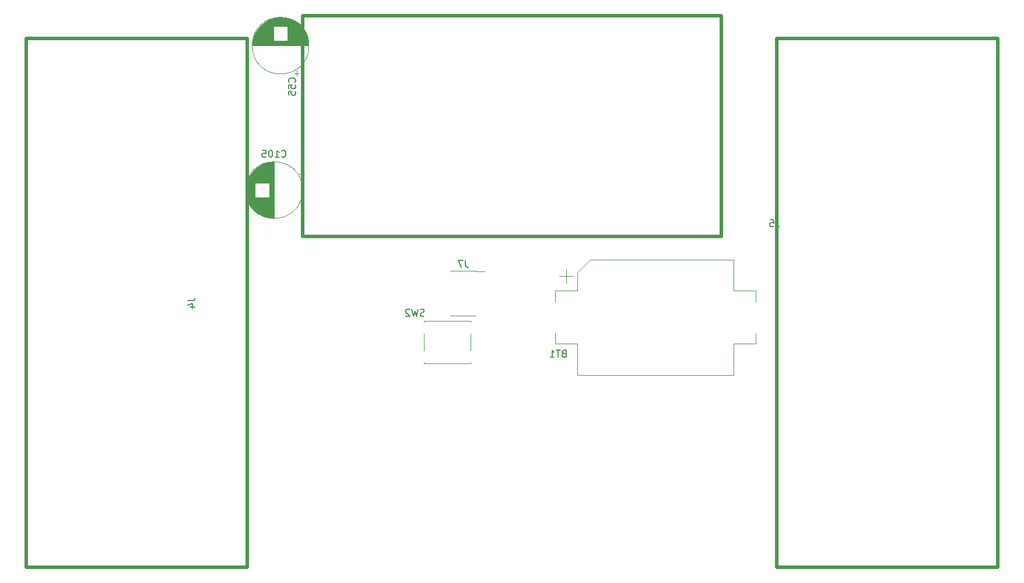
<source format=gbr>
%TF.GenerationSoftware,KiCad,Pcbnew,7.0.1*%
%TF.CreationDate,2024-06-21T03:41:51+03:00*%
%TF.ProjectId,ECUGDI,45435547-4449-42e6-9b69-6361645f7063,rev?*%
%TF.SameCoordinates,Original*%
%TF.FileFunction,Legend,Bot*%
%TF.FilePolarity,Positive*%
%FSLAX46Y46*%
G04 Gerber Fmt 4.6, Leading zero omitted, Abs format (unit mm)*
G04 Created by KiCad (PCBNEW 7.0.1) date 2024-06-21 03:41:51*
%MOMM*%
%LPD*%
G01*
G04 APERTURE LIST*
%ADD10C,0.150000*%
%ADD11C,0.500000*%
%ADD12C,0.120000*%
G04 APERTURE END LIST*
D10*
%TO.C,BT1*%
X147010714Y-93338809D02*
X146867857Y-93386428D01*
X146867857Y-93386428D02*
X146820238Y-93434047D01*
X146820238Y-93434047D02*
X146772619Y-93529285D01*
X146772619Y-93529285D02*
X146772619Y-93672142D01*
X146772619Y-93672142D02*
X146820238Y-93767380D01*
X146820238Y-93767380D02*
X146867857Y-93815000D01*
X146867857Y-93815000D02*
X146963095Y-93862619D01*
X146963095Y-93862619D02*
X147344047Y-93862619D01*
X147344047Y-93862619D02*
X147344047Y-92862619D01*
X147344047Y-92862619D02*
X147010714Y-92862619D01*
X147010714Y-92862619D02*
X146915476Y-92910238D01*
X146915476Y-92910238D02*
X146867857Y-92957857D01*
X146867857Y-92957857D02*
X146820238Y-93053095D01*
X146820238Y-93053095D02*
X146820238Y-93148333D01*
X146820238Y-93148333D02*
X146867857Y-93243571D01*
X146867857Y-93243571D02*
X146915476Y-93291190D01*
X146915476Y-93291190D02*
X147010714Y-93338809D01*
X147010714Y-93338809D02*
X147344047Y-93338809D01*
X146486904Y-92862619D02*
X145915476Y-92862619D01*
X146201190Y-93862619D02*
X146201190Y-92862619D01*
X145058333Y-93862619D02*
X145629761Y-93862619D01*
X145344047Y-93862619D02*
X145344047Y-92862619D01*
X145344047Y-92862619D02*
X145439285Y-93005476D01*
X145439285Y-93005476D02*
X145534523Y-93100714D01*
X145534523Y-93100714D02*
X145629761Y-93148333D01*
%TO.C,SW2*%
X126733332Y-87865000D02*
X126590475Y-87912619D01*
X126590475Y-87912619D02*
X126352380Y-87912619D01*
X126352380Y-87912619D02*
X126257142Y-87865000D01*
X126257142Y-87865000D02*
X126209523Y-87817380D01*
X126209523Y-87817380D02*
X126161904Y-87722142D01*
X126161904Y-87722142D02*
X126161904Y-87626904D01*
X126161904Y-87626904D02*
X126209523Y-87531666D01*
X126209523Y-87531666D02*
X126257142Y-87484047D01*
X126257142Y-87484047D02*
X126352380Y-87436428D01*
X126352380Y-87436428D02*
X126542856Y-87388809D01*
X126542856Y-87388809D02*
X126638094Y-87341190D01*
X126638094Y-87341190D02*
X126685713Y-87293571D01*
X126685713Y-87293571D02*
X126733332Y-87198333D01*
X126733332Y-87198333D02*
X126733332Y-87103095D01*
X126733332Y-87103095D02*
X126685713Y-87007857D01*
X126685713Y-87007857D02*
X126638094Y-86960238D01*
X126638094Y-86960238D02*
X126542856Y-86912619D01*
X126542856Y-86912619D02*
X126304761Y-86912619D01*
X126304761Y-86912619D02*
X126161904Y-86960238D01*
X125828570Y-86912619D02*
X125590475Y-87912619D01*
X125590475Y-87912619D02*
X125399999Y-87198333D01*
X125399999Y-87198333D02*
X125209523Y-87912619D01*
X125209523Y-87912619D02*
X124971428Y-86912619D01*
X124638094Y-87007857D02*
X124590475Y-86960238D01*
X124590475Y-86960238D02*
X124495237Y-86912619D01*
X124495237Y-86912619D02*
X124257142Y-86912619D01*
X124257142Y-86912619D02*
X124161904Y-86960238D01*
X124161904Y-86960238D02*
X124114285Y-87007857D01*
X124114285Y-87007857D02*
X124066666Y-87103095D01*
X124066666Y-87103095D02*
X124066666Y-87198333D01*
X124066666Y-87198333D02*
X124114285Y-87341190D01*
X124114285Y-87341190D02*
X124685713Y-87912619D01*
X124685713Y-87912619D02*
X124066666Y-87912619D01*
%TO.C,C55*%
X107967380Y-53907142D02*
X108015000Y-53859523D01*
X108015000Y-53859523D02*
X108062619Y-53716666D01*
X108062619Y-53716666D02*
X108062619Y-53621428D01*
X108062619Y-53621428D02*
X108015000Y-53478571D01*
X108015000Y-53478571D02*
X107919761Y-53383333D01*
X107919761Y-53383333D02*
X107824523Y-53335714D01*
X107824523Y-53335714D02*
X107634047Y-53288095D01*
X107634047Y-53288095D02*
X107491190Y-53288095D01*
X107491190Y-53288095D02*
X107300714Y-53335714D01*
X107300714Y-53335714D02*
X107205476Y-53383333D01*
X107205476Y-53383333D02*
X107110238Y-53478571D01*
X107110238Y-53478571D02*
X107062619Y-53621428D01*
X107062619Y-53621428D02*
X107062619Y-53716666D01*
X107062619Y-53716666D02*
X107110238Y-53859523D01*
X107110238Y-53859523D02*
X107157857Y-53907142D01*
X107062619Y-54811904D02*
X107062619Y-54335714D01*
X107062619Y-54335714D02*
X107538809Y-54288095D01*
X107538809Y-54288095D02*
X107491190Y-54335714D01*
X107491190Y-54335714D02*
X107443571Y-54430952D01*
X107443571Y-54430952D02*
X107443571Y-54669047D01*
X107443571Y-54669047D02*
X107491190Y-54764285D01*
X107491190Y-54764285D02*
X107538809Y-54811904D01*
X107538809Y-54811904D02*
X107634047Y-54859523D01*
X107634047Y-54859523D02*
X107872142Y-54859523D01*
X107872142Y-54859523D02*
X107967380Y-54811904D01*
X107967380Y-54811904D02*
X108015000Y-54764285D01*
X108015000Y-54764285D02*
X108062619Y-54669047D01*
X108062619Y-54669047D02*
X108062619Y-54430952D01*
X108062619Y-54430952D02*
X108015000Y-54335714D01*
X108015000Y-54335714D02*
X107967380Y-54288095D01*
X107062619Y-55764285D02*
X107062619Y-55288095D01*
X107062619Y-55288095D02*
X107538809Y-55240476D01*
X107538809Y-55240476D02*
X107491190Y-55288095D01*
X107491190Y-55288095D02*
X107443571Y-55383333D01*
X107443571Y-55383333D02*
X107443571Y-55621428D01*
X107443571Y-55621428D02*
X107491190Y-55716666D01*
X107491190Y-55716666D02*
X107538809Y-55764285D01*
X107538809Y-55764285D02*
X107634047Y-55811904D01*
X107634047Y-55811904D02*
X107872142Y-55811904D01*
X107872142Y-55811904D02*
X107967380Y-55764285D01*
X107967380Y-55764285D02*
X108015000Y-55716666D01*
X108015000Y-55716666D02*
X108062619Y-55621428D01*
X108062619Y-55621428D02*
X108062619Y-55383333D01*
X108062619Y-55383333D02*
X108015000Y-55288095D01*
X108015000Y-55288095D02*
X107967380Y-55240476D01*
%TO.C,J4*%
X92462619Y-85666666D02*
X93176904Y-85666666D01*
X93176904Y-85666666D02*
X93319761Y-85619047D01*
X93319761Y-85619047D02*
X93415000Y-85523809D01*
X93415000Y-85523809D02*
X93462619Y-85380952D01*
X93462619Y-85380952D02*
X93462619Y-85285714D01*
X92795952Y-86571428D02*
X93462619Y-86571428D01*
X92415000Y-86333333D02*
X93129285Y-86095238D01*
X93129285Y-86095238D02*
X93129285Y-86714285D01*
%TO.C,C105*%
X106069047Y-64717380D02*
X106116666Y-64765000D01*
X106116666Y-64765000D02*
X106259523Y-64812619D01*
X106259523Y-64812619D02*
X106354761Y-64812619D01*
X106354761Y-64812619D02*
X106497618Y-64765000D01*
X106497618Y-64765000D02*
X106592856Y-64669761D01*
X106592856Y-64669761D02*
X106640475Y-64574523D01*
X106640475Y-64574523D02*
X106688094Y-64384047D01*
X106688094Y-64384047D02*
X106688094Y-64241190D01*
X106688094Y-64241190D02*
X106640475Y-64050714D01*
X106640475Y-64050714D02*
X106592856Y-63955476D01*
X106592856Y-63955476D02*
X106497618Y-63860238D01*
X106497618Y-63860238D02*
X106354761Y-63812619D01*
X106354761Y-63812619D02*
X106259523Y-63812619D01*
X106259523Y-63812619D02*
X106116666Y-63860238D01*
X106116666Y-63860238D02*
X106069047Y-63907857D01*
X105116666Y-64812619D02*
X105688094Y-64812619D01*
X105402380Y-64812619D02*
X105402380Y-63812619D01*
X105402380Y-63812619D02*
X105497618Y-63955476D01*
X105497618Y-63955476D02*
X105592856Y-64050714D01*
X105592856Y-64050714D02*
X105688094Y-64098333D01*
X104497618Y-63812619D02*
X104402380Y-63812619D01*
X104402380Y-63812619D02*
X104307142Y-63860238D01*
X104307142Y-63860238D02*
X104259523Y-63907857D01*
X104259523Y-63907857D02*
X104211904Y-64003095D01*
X104211904Y-64003095D02*
X104164285Y-64193571D01*
X104164285Y-64193571D02*
X104164285Y-64431666D01*
X104164285Y-64431666D02*
X104211904Y-64622142D01*
X104211904Y-64622142D02*
X104259523Y-64717380D01*
X104259523Y-64717380D02*
X104307142Y-64765000D01*
X104307142Y-64765000D02*
X104402380Y-64812619D01*
X104402380Y-64812619D02*
X104497618Y-64812619D01*
X104497618Y-64812619D02*
X104592856Y-64765000D01*
X104592856Y-64765000D02*
X104640475Y-64717380D01*
X104640475Y-64717380D02*
X104688094Y-64622142D01*
X104688094Y-64622142D02*
X104735713Y-64431666D01*
X104735713Y-64431666D02*
X104735713Y-64193571D01*
X104735713Y-64193571D02*
X104688094Y-64003095D01*
X104688094Y-64003095D02*
X104640475Y-63907857D01*
X104640475Y-63907857D02*
X104592856Y-63860238D01*
X104592856Y-63860238D02*
X104497618Y-63812619D01*
X103259523Y-63812619D02*
X103735713Y-63812619D01*
X103735713Y-63812619D02*
X103783332Y-64288809D01*
X103783332Y-64288809D02*
X103735713Y-64241190D01*
X103735713Y-64241190D02*
X103640475Y-64193571D01*
X103640475Y-64193571D02*
X103402380Y-64193571D01*
X103402380Y-64193571D02*
X103307142Y-64241190D01*
X103307142Y-64241190D02*
X103259523Y-64288809D01*
X103259523Y-64288809D02*
X103211904Y-64384047D01*
X103211904Y-64384047D02*
X103211904Y-64622142D01*
X103211904Y-64622142D02*
X103259523Y-64717380D01*
X103259523Y-64717380D02*
X103307142Y-64765000D01*
X103307142Y-64765000D02*
X103402380Y-64812619D01*
X103402380Y-64812619D02*
X103640475Y-64812619D01*
X103640475Y-64812619D02*
X103735713Y-64765000D01*
X103735713Y-64765000D02*
X103783332Y-64717380D01*
%TO.C,J5*%
X177933333Y-73925119D02*
X177933333Y-74639404D01*
X177933333Y-74639404D02*
X177980952Y-74782261D01*
X177980952Y-74782261D02*
X178076190Y-74877500D01*
X178076190Y-74877500D02*
X178219047Y-74925119D01*
X178219047Y-74925119D02*
X178314285Y-74925119D01*
X176980952Y-73925119D02*
X177457142Y-73925119D01*
X177457142Y-73925119D02*
X177504761Y-74401309D01*
X177504761Y-74401309D02*
X177457142Y-74353690D01*
X177457142Y-74353690D02*
X177361904Y-74306071D01*
X177361904Y-74306071D02*
X177123809Y-74306071D01*
X177123809Y-74306071D02*
X177028571Y-74353690D01*
X177028571Y-74353690D02*
X176980952Y-74401309D01*
X176980952Y-74401309D02*
X176933333Y-74496547D01*
X176933333Y-74496547D02*
X176933333Y-74734642D01*
X176933333Y-74734642D02*
X176980952Y-74829880D01*
X176980952Y-74829880D02*
X177028571Y-74877500D01*
X177028571Y-74877500D02*
X177123809Y-74925119D01*
X177123809Y-74925119D02*
X177361904Y-74925119D01*
X177361904Y-74925119D02*
X177457142Y-74877500D01*
X177457142Y-74877500D02*
X177504761Y-74829880D01*
%TO.C,J7*%
X132733333Y-79827619D02*
X132733333Y-80541904D01*
X132733333Y-80541904D02*
X132780952Y-80684761D01*
X132780952Y-80684761D02*
X132876190Y-80780000D01*
X132876190Y-80780000D02*
X133019047Y-80827619D01*
X133019047Y-80827619D02*
X133114285Y-80827619D01*
X132352380Y-79827619D02*
X131685714Y-79827619D01*
X131685714Y-79827619D02*
X132114285Y-80827619D01*
D11*
%TO.C,J6*%
X109100000Y-44250000D02*
X109100000Y-76350000D01*
X109100000Y-76350000D02*
X169900000Y-76350000D01*
X169900000Y-44250000D02*
X109100000Y-44250000D01*
X169900000Y-76350000D02*
X169900000Y-44250000D01*
D12*
%TO.C,BT1*%
X145800000Y-84250000D02*
X145800000Y-85800000D01*
X145800000Y-91950000D02*
X145800000Y-90400000D01*
X147350000Y-83100000D02*
X147350000Y-81100000D01*
X148350000Y-82100000D02*
X146350000Y-82100000D01*
X149000000Y-81550000D02*
X149000000Y-84250000D01*
X149000000Y-84250000D02*
X145800000Y-84250000D01*
X149000000Y-91950000D02*
X145800000Y-91950000D01*
X149000000Y-96450000D02*
X149000000Y-91950000D01*
X149000000Y-96450000D02*
X171700000Y-96450000D01*
X150800000Y-79750000D02*
X149000000Y-81550000D01*
X171700000Y-79750000D02*
X150800000Y-79750000D01*
X171700000Y-79750000D02*
X171700000Y-84250000D01*
X171700000Y-84250000D02*
X174900000Y-84250000D01*
X171700000Y-91950000D02*
X174900000Y-91950000D01*
X171700000Y-96450000D02*
X171700000Y-91950000D01*
X174900000Y-84250000D02*
X174900000Y-85800000D01*
X174900000Y-91950000D02*
X174900000Y-90400000D01*
%TO.C,SW2*%
X133450000Y-94800000D02*
X133450000Y-94600000D01*
X133450000Y-94800000D02*
X126750000Y-94800000D01*
X133450000Y-90500000D02*
X133450000Y-92900000D01*
X133450000Y-88600000D02*
X133450000Y-88800000D01*
X126750000Y-94800000D02*
X126750000Y-94600000D01*
X126750000Y-90500000D02*
X126750000Y-92900000D01*
X126750000Y-88600000D02*
X133450000Y-88600000D01*
X126750000Y-88600000D02*
X126750000Y-88800000D01*
%TO.C,C55*%
X108215000Y-53009698D02*
X108215000Y-52209698D01*
X108615000Y-52609698D02*
X107815000Y-52609698D01*
X109980000Y-48600000D02*
X101820000Y-48600000D01*
X109980000Y-48560000D02*
X101820000Y-48560000D01*
X109980000Y-48520000D02*
X101820000Y-48520000D01*
X109979000Y-48480000D02*
X101821000Y-48480000D01*
X109977000Y-48440000D02*
X101823000Y-48440000D01*
X109976000Y-48400000D02*
X101824000Y-48400000D01*
X109974000Y-48360000D02*
X101826000Y-48360000D01*
X109971000Y-48320000D02*
X101829000Y-48320000D01*
X109968000Y-48280000D02*
X101832000Y-48280000D01*
X109965000Y-48240000D02*
X101835000Y-48240000D01*
X109961000Y-48200000D02*
X101839000Y-48200000D01*
X109957000Y-48160000D02*
X101843000Y-48160000D01*
X109952000Y-48120000D02*
X101848000Y-48120000D01*
X109948000Y-48080000D02*
X101852000Y-48080000D01*
X109942000Y-48040000D02*
X101858000Y-48040000D01*
X109937000Y-48000000D02*
X101863000Y-48000000D01*
X109930000Y-47960000D02*
X101870000Y-47960000D01*
X109924000Y-47920000D02*
X101876000Y-47920000D01*
X104860000Y-47879000D02*
X101883000Y-47879000D01*
X109917000Y-47879000D02*
X106940000Y-47879000D01*
X104860000Y-47839000D02*
X101890000Y-47839000D01*
X109910000Y-47839000D02*
X106940000Y-47839000D01*
X104860000Y-47799000D02*
X101898000Y-47799000D01*
X109902000Y-47799000D02*
X106940000Y-47799000D01*
X104860000Y-47759000D02*
X101906000Y-47759000D01*
X109894000Y-47759000D02*
X106940000Y-47759000D01*
X104860000Y-47719000D02*
X101915000Y-47719000D01*
X109885000Y-47719000D02*
X106940000Y-47719000D01*
X104860000Y-47679000D02*
X101924000Y-47679000D01*
X109876000Y-47679000D02*
X106940000Y-47679000D01*
X104860000Y-47639000D02*
X101933000Y-47639000D01*
X109867000Y-47639000D02*
X106940000Y-47639000D01*
X104860000Y-47599000D02*
X101943000Y-47599000D01*
X109857000Y-47599000D02*
X106940000Y-47599000D01*
X104860000Y-47559000D02*
X101953000Y-47559000D01*
X109847000Y-47559000D02*
X106940000Y-47559000D01*
X104860000Y-47519000D02*
X101964000Y-47519000D01*
X109836000Y-47519000D02*
X106940000Y-47519000D01*
X104860000Y-47479000D02*
X101975000Y-47479000D01*
X109825000Y-47479000D02*
X106940000Y-47479000D01*
X104860000Y-47439000D02*
X101986000Y-47439000D01*
X109814000Y-47439000D02*
X106940000Y-47439000D01*
X104860000Y-47399000D02*
X101998000Y-47399000D01*
X109802000Y-47399000D02*
X106940000Y-47399000D01*
X104860000Y-47359000D02*
X102011000Y-47359000D01*
X109789000Y-47359000D02*
X106940000Y-47359000D01*
X104860000Y-47319000D02*
X102023000Y-47319000D01*
X109777000Y-47319000D02*
X106940000Y-47319000D01*
X104860000Y-47279000D02*
X102037000Y-47279000D01*
X109763000Y-47279000D02*
X106940000Y-47279000D01*
X104860000Y-47239000D02*
X102050000Y-47239000D01*
X109750000Y-47239000D02*
X106940000Y-47239000D01*
X104860000Y-47199000D02*
X102065000Y-47199000D01*
X109735000Y-47199000D02*
X106940000Y-47199000D01*
X104860000Y-47159000D02*
X102079000Y-47159000D01*
X109721000Y-47159000D02*
X106940000Y-47159000D01*
X104860000Y-47119000D02*
X102095000Y-47119000D01*
X109705000Y-47119000D02*
X106940000Y-47119000D01*
X104860000Y-47079000D02*
X102110000Y-47079000D01*
X109690000Y-47079000D02*
X106940000Y-47079000D01*
X104860000Y-47039000D02*
X102126000Y-47039000D01*
X109674000Y-47039000D02*
X106940000Y-47039000D01*
X104860000Y-46999000D02*
X102143000Y-46999000D01*
X109657000Y-46999000D02*
X106940000Y-46999000D01*
X104860000Y-46959000D02*
X102160000Y-46959000D01*
X109640000Y-46959000D02*
X106940000Y-46959000D01*
X104860000Y-46919000D02*
X102178000Y-46919000D01*
X109622000Y-46919000D02*
X106940000Y-46919000D01*
X104860000Y-46879000D02*
X102196000Y-46879000D01*
X109604000Y-46879000D02*
X106940000Y-46879000D01*
X104860000Y-46839000D02*
X102214000Y-46839000D01*
X109586000Y-46839000D02*
X106940000Y-46839000D01*
X104860000Y-46799000D02*
X102234000Y-46799000D01*
X109566000Y-46799000D02*
X106940000Y-46799000D01*
X104860000Y-46759000D02*
X102253000Y-46759000D01*
X109547000Y-46759000D02*
X106940000Y-46759000D01*
X104860000Y-46719000D02*
X102273000Y-46719000D01*
X109527000Y-46719000D02*
X106940000Y-46719000D01*
X104860000Y-46679000D02*
X102294000Y-46679000D01*
X109506000Y-46679000D02*
X106940000Y-46679000D01*
X104860000Y-46639000D02*
X102316000Y-46639000D01*
X109484000Y-46639000D02*
X106940000Y-46639000D01*
X104860000Y-46599000D02*
X102338000Y-46599000D01*
X109462000Y-46599000D02*
X106940000Y-46599000D01*
X104860000Y-46559000D02*
X102360000Y-46559000D01*
X109440000Y-46559000D02*
X106940000Y-46559000D01*
X104860000Y-46519000D02*
X102383000Y-46519000D01*
X109417000Y-46519000D02*
X106940000Y-46519000D01*
X104860000Y-46479000D02*
X102407000Y-46479000D01*
X109393000Y-46479000D02*
X106940000Y-46479000D01*
X104860000Y-46439000D02*
X102431000Y-46439000D01*
X109369000Y-46439000D02*
X106940000Y-46439000D01*
X104860000Y-46399000D02*
X102456000Y-46399000D01*
X109344000Y-46399000D02*
X106940000Y-46399000D01*
X104860000Y-46359000D02*
X102482000Y-46359000D01*
X109318000Y-46359000D02*
X106940000Y-46359000D01*
X104860000Y-46319000D02*
X102508000Y-46319000D01*
X109292000Y-46319000D02*
X106940000Y-46319000D01*
X104860000Y-46279000D02*
X102535000Y-46279000D01*
X109265000Y-46279000D02*
X106940000Y-46279000D01*
X104860000Y-46239000D02*
X102562000Y-46239000D01*
X109238000Y-46239000D02*
X106940000Y-46239000D01*
X104860000Y-46199000D02*
X102591000Y-46199000D01*
X109209000Y-46199000D02*
X106940000Y-46199000D01*
X104860000Y-46159000D02*
X102620000Y-46159000D01*
X109180000Y-46159000D02*
X106940000Y-46159000D01*
X104860000Y-46119000D02*
X102650000Y-46119000D01*
X109150000Y-46119000D02*
X106940000Y-46119000D01*
X104860000Y-46079000D02*
X102680000Y-46079000D01*
X109120000Y-46079000D02*
X106940000Y-46079000D01*
X104860000Y-46039000D02*
X102711000Y-46039000D01*
X109089000Y-46039000D02*
X106940000Y-46039000D01*
X104860000Y-45999000D02*
X102744000Y-45999000D01*
X109056000Y-45999000D02*
X106940000Y-45999000D01*
X104860000Y-45959000D02*
X102776000Y-45959000D01*
X109024000Y-45959000D02*
X106940000Y-45959000D01*
X104860000Y-45919000D02*
X102810000Y-45919000D01*
X108990000Y-45919000D02*
X106940000Y-45919000D01*
X104860000Y-45879000D02*
X102845000Y-45879000D01*
X108955000Y-45879000D02*
X106940000Y-45879000D01*
X104860000Y-45839000D02*
X102881000Y-45839000D01*
X108919000Y-45839000D02*
X106940000Y-45839000D01*
X108883000Y-45799000D02*
X102917000Y-45799000D01*
X108845000Y-45759000D02*
X102955000Y-45759000D01*
X108807000Y-45719000D02*
X102993000Y-45719000D01*
X108767000Y-45679000D02*
X103033000Y-45679000D01*
X108726000Y-45639000D02*
X103074000Y-45639000D01*
X108684000Y-45599000D02*
X103116000Y-45599000D01*
X108641000Y-45559000D02*
X103159000Y-45559000D01*
X108597000Y-45519000D02*
X103203000Y-45519000D01*
X108551000Y-45479000D02*
X103249000Y-45479000D01*
X108504000Y-45439000D02*
X103296000Y-45439000D01*
X108456000Y-45399000D02*
X103344000Y-45399000D01*
X108405000Y-45359000D02*
X103395000Y-45359000D01*
X108354000Y-45319000D02*
X103446000Y-45319000D01*
X108300000Y-45279000D02*
X103500000Y-45279000D01*
X108245000Y-45239000D02*
X103555000Y-45239000D01*
X108187000Y-45199000D02*
X103613000Y-45199000D01*
X108128000Y-45159000D02*
X103672000Y-45159000D01*
X108066000Y-45119000D02*
X103734000Y-45119000D01*
X108002000Y-45079000D02*
X103798000Y-45079000D01*
X107934000Y-45039000D02*
X103866000Y-45039000D01*
X107864000Y-44999000D02*
X103936000Y-44999000D01*
X107790000Y-44959000D02*
X104010000Y-44959000D01*
X107713000Y-44919000D02*
X104087000Y-44919000D01*
X107631000Y-44879000D02*
X104169000Y-44879000D01*
X107545000Y-44839000D02*
X104255000Y-44839000D01*
X107452000Y-44799000D02*
X104348000Y-44799000D01*
X107353000Y-44759000D02*
X104447000Y-44759000D01*
X107246000Y-44719000D02*
X104554000Y-44719000D01*
X107129000Y-44679000D02*
X104671000Y-44679000D01*
X106998000Y-44639000D02*
X104802000Y-44639000D01*
X106848000Y-44599000D02*
X104952000Y-44599000D01*
X106668000Y-44559000D02*
X105132000Y-44559000D01*
X106433000Y-44519000D02*
X105367000Y-44519000D01*
X110020000Y-48600000D02*
G75*
G03*
X110020000Y-48600000I-4120000J0D01*
G01*
D11*
%TO.C,J4*%
X101050000Y-47550000D02*
X101050000Y-124450000D01*
X68950000Y-47550000D02*
X101050000Y-47550000D01*
X68950000Y-47550000D02*
X68950000Y-124450000D01*
X68950000Y-124450000D02*
X101050000Y-124450000D01*
D12*
%TO.C,C105*%
X109359698Y-67285000D02*
X108559698Y-67285000D01*
X108959698Y-66885000D02*
X108959698Y-67685000D01*
X104950000Y-65520000D02*
X104950000Y-73680000D01*
X104910000Y-65520000D02*
X104910000Y-73680000D01*
X104870000Y-65520000D02*
X104870000Y-73680000D01*
X104830000Y-65521000D02*
X104830000Y-73679000D01*
X104790000Y-65523000D02*
X104790000Y-73677000D01*
X104750000Y-65524000D02*
X104750000Y-73676000D01*
X104710000Y-65526000D02*
X104710000Y-73674000D01*
X104670000Y-65529000D02*
X104670000Y-73671000D01*
X104630000Y-65532000D02*
X104630000Y-73668000D01*
X104590000Y-65535000D02*
X104590000Y-73665000D01*
X104550000Y-65539000D02*
X104550000Y-73661000D01*
X104510000Y-65543000D02*
X104510000Y-73657000D01*
X104470000Y-65548000D02*
X104470000Y-73652000D01*
X104430000Y-65552000D02*
X104430000Y-73648000D01*
X104390000Y-65558000D02*
X104390000Y-73642000D01*
X104350000Y-65563000D02*
X104350000Y-73637000D01*
X104310000Y-65570000D02*
X104310000Y-73630000D01*
X104270000Y-65576000D02*
X104270000Y-73624000D01*
X104229000Y-70640000D02*
X104229000Y-73617000D01*
X104229000Y-65583000D02*
X104229000Y-68560000D01*
X104189000Y-70640000D02*
X104189000Y-73610000D01*
X104189000Y-65590000D02*
X104189000Y-68560000D01*
X104149000Y-70640000D02*
X104149000Y-73602000D01*
X104149000Y-65598000D02*
X104149000Y-68560000D01*
X104109000Y-70640000D02*
X104109000Y-73594000D01*
X104109000Y-65606000D02*
X104109000Y-68560000D01*
X104069000Y-70640000D02*
X104069000Y-73585000D01*
X104069000Y-65615000D02*
X104069000Y-68560000D01*
X104029000Y-70640000D02*
X104029000Y-73576000D01*
X104029000Y-65624000D02*
X104029000Y-68560000D01*
X103989000Y-70640000D02*
X103989000Y-73567000D01*
X103989000Y-65633000D02*
X103989000Y-68560000D01*
X103949000Y-70640000D02*
X103949000Y-73557000D01*
X103949000Y-65643000D02*
X103949000Y-68560000D01*
X103909000Y-70640000D02*
X103909000Y-73547000D01*
X103909000Y-65653000D02*
X103909000Y-68560000D01*
X103869000Y-70640000D02*
X103869000Y-73536000D01*
X103869000Y-65664000D02*
X103869000Y-68560000D01*
X103829000Y-70640000D02*
X103829000Y-73525000D01*
X103829000Y-65675000D02*
X103829000Y-68560000D01*
X103789000Y-70640000D02*
X103789000Y-73514000D01*
X103789000Y-65686000D02*
X103789000Y-68560000D01*
X103749000Y-70640000D02*
X103749000Y-73502000D01*
X103749000Y-65698000D02*
X103749000Y-68560000D01*
X103709000Y-70640000D02*
X103709000Y-73489000D01*
X103709000Y-65711000D02*
X103709000Y-68560000D01*
X103669000Y-70640000D02*
X103669000Y-73477000D01*
X103669000Y-65723000D02*
X103669000Y-68560000D01*
X103629000Y-70640000D02*
X103629000Y-73463000D01*
X103629000Y-65737000D02*
X103629000Y-68560000D01*
X103589000Y-70640000D02*
X103589000Y-73450000D01*
X103589000Y-65750000D02*
X103589000Y-68560000D01*
X103549000Y-70640000D02*
X103549000Y-73435000D01*
X103549000Y-65765000D02*
X103549000Y-68560000D01*
X103509000Y-70640000D02*
X103509000Y-73421000D01*
X103509000Y-65779000D02*
X103509000Y-68560000D01*
X103469000Y-70640000D02*
X103469000Y-73405000D01*
X103469000Y-65795000D02*
X103469000Y-68560000D01*
X103429000Y-70640000D02*
X103429000Y-73390000D01*
X103429000Y-65810000D02*
X103429000Y-68560000D01*
X103389000Y-70640000D02*
X103389000Y-73374000D01*
X103389000Y-65826000D02*
X103389000Y-68560000D01*
X103349000Y-70640000D02*
X103349000Y-73357000D01*
X103349000Y-65843000D02*
X103349000Y-68560000D01*
X103309000Y-70640000D02*
X103309000Y-73340000D01*
X103309000Y-65860000D02*
X103309000Y-68560000D01*
X103269000Y-70640000D02*
X103269000Y-73322000D01*
X103269000Y-65878000D02*
X103269000Y-68560000D01*
X103229000Y-70640000D02*
X103229000Y-73304000D01*
X103229000Y-65896000D02*
X103229000Y-68560000D01*
X103189000Y-70640000D02*
X103189000Y-73286000D01*
X103189000Y-65914000D02*
X103189000Y-68560000D01*
X103149000Y-70640000D02*
X103149000Y-73266000D01*
X103149000Y-65934000D02*
X103149000Y-68560000D01*
X103109000Y-70640000D02*
X103109000Y-73247000D01*
X103109000Y-65953000D02*
X103109000Y-68560000D01*
X103069000Y-70640000D02*
X103069000Y-73227000D01*
X103069000Y-65973000D02*
X103069000Y-68560000D01*
X103029000Y-70640000D02*
X103029000Y-73206000D01*
X103029000Y-65994000D02*
X103029000Y-68560000D01*
X102989000Y-70640000D02*
X102989000Y-73184000D01*
X102989000Y-66016000D02*
X102989000Y-68560000D01*
X102949000Y-70640000D02*
X102949000Y-73162000D01*
X102949000Y-66038000D02*
X102949000Y-68560000D01*
X102909000Y-70640000D02*
X102909000Y-73140000D01*
X102909000Y-66060000D02*
X102909000Y-68560000D01*
X102869000Y-70640000D02*
X102869000Y-73117000D01*
X102869000Y-66083000D02*
X102869000Y-68560000D01*
X102829000Y-70640000D02*
X102829000Y-73093000D01*
X102829000Y-66107000D02*
X102829000Y-68560000D01*
X102789000Y-70640000D02*
X102789000Y-73069000D01*
X102789000Y-66131000D02*
X102789000Y-68560000D01*
X102749000Y-70640000D02*
X102749000Y-73044000D01*
X102749000Y-66156000D02*
X102749000Y-68560000D01*
X102709000Y-70640000D02*
X102709000Y-73018000D01*
X102709000Y-66182000D02*
X102709000Y-68560000D01*
X102669000Y-70640000D02*
X102669000Y-72992000D01*
X102669000Y-66208000D02*
X102669000Y-68560000D01*
X102629000Y-70640000D02*
X102629000Y-72965000D01*
X102629000Y-66235000D02*
X102629000Y-68560000D01*
X102589000Y-70640000D02*
X102589000Y-72938000D01*
X102589000Y-66262000D02*
X102589000Y-68560000D01*
X102549000Y-70640000D02*
X102549000Y-72909000D01*
X102549000Y-66291000D02*
X102549000Y-68560000D01*
X102509000Y-70640000D02*
X102509000Y-72880000D01*
X102509000Y-66320000D02*
X102509000Y-68560000D01*
X102469000Y-70640000D02*
X102469000Y-72850000D01*
X102469000Y-66350000D02*
X102469000Y-68560000D01*
X102429000Y-70640000D02*
X102429000Y-72820000D01*
X102429000Y-66380000D02*
X102429000Y-68560000D01*
X102389000Y-70640000D02*
X102389000Y-72789000D01*
X102389000Y-66411000D02*
X102389000Y-68560000D01*
X102349000Y-70640000D02*
X102349000Y-72756000D01*
X102349000Y-66444000D02*
X102349000Y-68560000D01*
X102309000Y-70640000D02*
X102309000Y-72724000D01*
X102309000Y-66476000D02*
X102309000Y-68560000D01*
X102269000Y-70640000D02*
X102269000Y-72690000D01*
X102269000Y-66510000D02*
X102269000Y-68560000D01*
X102229000Y-70640000D02*
X102229000Y-72655000D01*
X102229000Y-66545000D02*
X102229000Y-68560000D01*
X102189000Y-70640000D02*
X102189000Y-72619000D01*
X102189000Y-66581000D02*
X102189000Y-68560000D01*
X102149000Y-66617000D02*
X102149000Y-72583000D01*
X102109000Y-66655000D02*
X102109000Y-72545000D01*
X102069000Y-66693000D02*
X102069000Y-72507000D01*
X102029000Y-66733000D02*
X102029000Y-72467000D01*
X101989000Y-66774000D02*
X101989000Y-72426000D01*
X101949000Y-66816000D02*
X101949000Y-72384000D01*
X101909000Y-66859000D02*
X101909000Y-72341000D01*
X101869000Y-66903000D02*
X101869000Y-72297000D01*
X101829000Y-66949000D02*
X101829000Y-72251000D01*
X101789000Y-66996000D02*
X101789000Y-72204000D01*
X101749000Y-67044000D02*
X101749000Y-72156000D01*
X101709000Y-67095000D02*
X101709000Y-72105000D01*
X101669000Y-67146000D02*
X101669000Y-72054000D01*
X101629000Y-67200000D02*
X101629000Y-72000000D01*
X101589000Y-67255000D02*
X101589000Y-71945000D01*
X101549000Y-67313000D02*
X101549000Y-71887000D01*
X101509000Y-67372000D02*
X101509000Y-71828000D01*
X101469000Y-67434000D02*
X101469000Y-71766000D01*
X101429000Y-67498000D02*
X101429000Y-71702000D01*
X101389000Y-67566000D02*
X101389000Y-71634000D01*
X101349000Y-67636000D02*
X101349000Y-71564000D01*
X101309000Y-67710000D02*
X101309000Y-71490000D01*
X101269000Y-67787000D02*
X101269000Y-71413000D01*
X101229000Y-67869000D02*
X101229000Y-71331000D01*
X101189000Y-67955000D02*
X101189000Y-71245000D01*
X101149000Y-68048000D02*
X101149000Y-71152000D01*
X101109000Y-68147000D02*
X101109000Y-71053000D01*
X101069000Y-68254000D02*
X101069000Y-70946000D01*
X101029000Y-68371000D02*
X101029000Y-70829000D01*
X100989000Y-68502000D02*
X100989000Y-70698000D01*
X100949000Y-68652000D02*
X100949000Y-70548000D01*
X100909000Y-68832000D02*
X100909000Y-70368000D01*
X100869000Y-69067000D02*
X100869000Y-70133000D01*
X109070000Y-69600000D02*
G75*
G03*
X109070000Y-69600000I-4120000J0D01*
G01*
D11*
%TO.C,J5*%
X177950000Y-124450000D02*
X177950000Y-47550000D01*
X210050000Y-124450000D02*
X177950000Y-124450000D01*
X210050000Y-124450000D02*
X210050000Y-47550000D01*
X210050000Y-47550000D02*
X177950000Y-47550000D01*
D12*
%TO.C,J7*%
X135490000Y-81430000D02*
X134165000Y-81430000D01*
X134165000Y-87835000D02*
X130635000Y-87835000D01*
X134165000Y-87770000D02*
X134165000Y-87835000D01*
X134165000Y-81365000D02*
X134165000Y-81430000D01*
X134165000Y-81365000D02*
X130635000Y-81365000D01*
X130635000Y-87770000D02*
X130635000Y-87835000D01*
X130635000Y-81365000D02*
X130635000Y-81430000D01*
%TD*%
M02*

</source>
